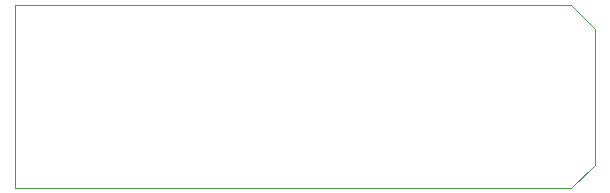
<source format=gbr>
%TF.GenerationSoftware,KiCad,Pcbnew,9.0.6*%
%TF.CreationDate,2025-12-29T16:38:57+01:00*%
%TF.ProjectId,Programmer_Board,50726f67-7261-46d6-9d65-725f426f6172,1.0*%
%TF.SameCoordinates,Original*%
%TF.FileFunction,Profile,NP*%
%FSLAX46Y46*%
G04 Gerber Fmt 4.6, Leading zero omitted, Abs format (unit mm)*
G04 Created by KiCad (PCBNEW 9.0.6) date 2025-12-29 16:38:57*
%MOMM*%
%LPD*%
G01*
G04 APERTURE LIST*
%TA.AperFunction,Profile*%
%ADD10C,0.050000*%
%TD*%
G04 APERTURE END LIST*
D10*
X129650000Y-96110000D02*
X176765000Y-96110000D01*
X129650000Y-111610000D02*
X129650000Y-96110000D01*
X129650000Y-111610000D02*
X176765000Y-111610000D01*
X178765000Y-98140000D02*
X178765000Y-109640000D01*
X178765000Y-98140000D02*
X176765000Y-96110000D01*
X178765000Y-109640000D02*
X176765000Y-111610000D01*
M02*

</source>
